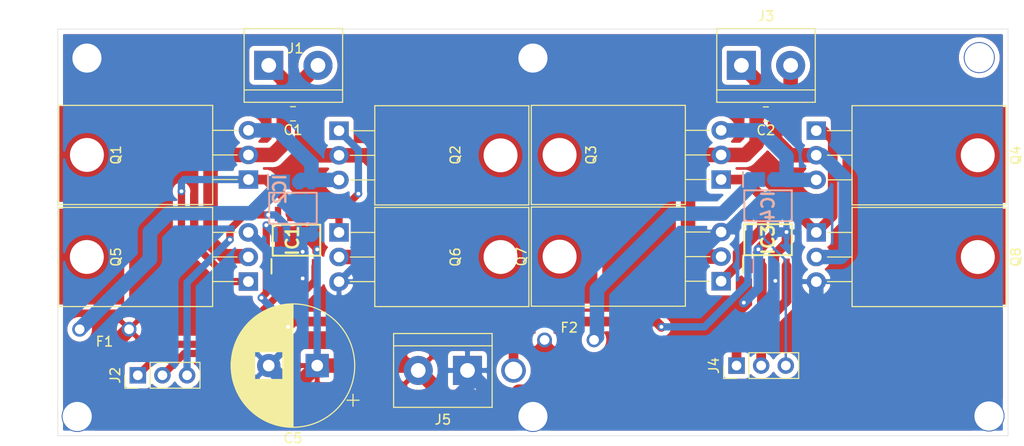
<source format=kicad_pcb>
(kicad_pcb (version 20171130) (host pcbnew 5.1.5+dfsg1-2build2)
  (layers (0 F.Cu signal) (31 B.Cu signal) (34 B.Paste user) (35 F.Paste user) (36 B.SilkS user) (37 F.SilkS user) (38 B.Mask user) (39 F.Mask user) (44 Edge.Cuts user))
  (net 0 "")
  (net 1 GND)
  (net 2 VCC)
  (net 3 "Net-(F1-Pad2)")
  (net 4 "Net-(F2-Pad2)")
  (net 5 "Net-(IC1-Pad8)")
  (net 6 PWM1)
  (net 7 PWM2)
  (net 8 IN2)
  (net 9 IN1)
  (net 10 "Net-(IC1-Pad1)")
  (net 11 +3V3)
  (net 12 I_MES1)
  (net 13 "Net-(IC4-Pad3)")
  (net 14 PWM3)
  (net 15 PWM4)
  (net 16 IN4)
  (net 17 IN3)
  (net 18 I_MES2)
  (net 19 "Net-(C1-Pad2)")
  (net 20 "Net-(C1-Pad1)")
  (net 21 "Net-(C2-Pad2)")
  (net 22 "Net-(C2-Pad1)")
  (net 23 "Net-(IC2-Pad3)")
  (net 24 "Net-(IC3-Pad8)")
  (net 25 "Net-(IC3-Pad1)")
  (module TerminalBlock:TerminalBlock_bornier-2_P5.08mm (layer F.Cu) (at 98.75 46.75)
    (fp_text reference J1 (at 2.75 -1.75) (layer F.SilkS))
    (fp_text value Screw_Terminal_01x02)
    (pad 2 thru_hole circle (at 5.08 0) (size 3 3) (drill 1.52) (layers *.Cu *.Mask) (net 20 "Net-(C1-Pad1)"))
    (pad 1 thru_hole rect (at 0 0) (size 3 3) (drill 1.52) (layers *.Cu *.Mask) (net 19 "Net-(C1-Pad2)"))
  )
  (module extra:polyfuse (layer F.Cu) (at 127.2 75.1)
    (fp_text reference F2 (at 2.54 -1.27) (layer F.SilkS))
    (fp_text value Polyfuse)
    (pad 2 thru_hole circle (at 5.1 0) (size 1.524 1.524) (drill 1) (layers *.Cu *.Mask) (net 4 "Net-(F2-Pad2)"))
    (pad 1 thru_hole circle (at 0 0) (size 1.524 1.524) (drill 1) (layers *.Cu *.Mask) (net 2 VCC))
  )
  (module Package_TO_SOT_THT:TO-220-3_Horizontal_TabDown (layer F.Cu) (at 155.225 64 270)
    (fp_text reference Q8 (at 2.54 -20.58 90) (layer F.SilkS))
    (fp_text value IRF3205)
    (pad 3 thru_hole oval (at 5.08 0 270) (size 1.905 2) (drill 1.1) (layers *.Cu *.Mask) (net 1 GND))
    (pad 2 thru_hole oval (at 2.54 0 270) (size 1.905 2) (drill 1.1) (layers *.Cu *.Mask) (net 22 "Net-(C2-Pad1)"))
    (pad 1 thru_hole rect (at 0 0 270) (size 1.905 2) (drill 1.1) (layers *.Cu *.Mask) (net 15 PWM4))
    (pad "" np_thru_hole oval (at 2.54 -16.66 270) (size 3.5 3.5) (drill 3.5) (layers *.Cu *.Mask))
  )
  (module Package_TO_SOT_THT:TO-220-3_Horizontal_TabDown (layer F.Cu) (at 145.41 69.04 90)
    (fp_text reference Q7 (at 2.54 -20.58 90) (layer F.SilkS))
    (fp_text value IRF3205)
    (pad 3 thru_hole oval (at 5.08 0 90) (size 1.905 2) (drill 1.1) (layers *.Cu *.Mask) (net 1 GND))
    (pad 2 thru_hole oval (at 2.54 0 90) (size 1.905 2) (drill 1.1) (layers *.Cu *.Mask) (net 21 "Net-(C2-Pad2)"))
    (pad 1 thru_hole rect (at 0 0 90) (size 1.905 2) (drill 1.1) (layers *.Cu *.Mask) (net 14 PWM3))
    (pad "" np_thru_hole oval (at 2.54 -16.66 90) (size 3.5 3.5) (drill 3.5) (layers *.Cu *.Mask))
  )
  (module Package_TO_SOT_THT:TO-220-3_Horizontal_TabDown (layer F.Cu) (at 155.2194 53.4924 270)
    (fp_text reference Q4 (at 2.54 -20.58 90) (layer F.SilkS))
    (fp_text value IRF4905)
    (pad 3 thru_hole oval (at 5.08 0 270) (size 1.905 2) (drill 1.1) (layers *.Cu *.Mask) (net 13 "Net-(IC4-Pad3)"))
    (pad 2 thru_hole oval (at 2.54 0 270) (size 1.905 2) (drill 1.1) (layers *.Cu *.Mask) (net 22 "Net-(C2-Pad1)"))
    (pad 1 thru_hole rect (at 0 0 270) (size 1.905 2) (drill 1.1) (layers *.Cu *.Mask) (net 15 PWM4))
    (pad "" np_thru_hole oval (at 2.54 -16.66 270) (size 3.5 3.5) (drill 3.5) (layers *.Cu *.Mask))
  )
  (module Package_TO_SOT_THT:TO-220-3_Horizontal_TabDown (layer F.Cu) (at 145.41 58.54 90)
    (fp_text reference Q3 (at 2.54 -13.41 90) (layer F.SilkS))
    (fp_text value IRF4905)
    (pad 3 thru_hole oval (at 5.08 0 90) (size 1.905 2) (drill 1.1) (layers *.Cu *.Mask) (net 13 "Net-(IC4-Pad3)"))
    (pad 2 thru_hole oval (at 2.54 0 90) (size 1.905 2) (drill 1.1) (layers *.Cu *.Mask) (net 21 "Net-(C2-Pad2)"))
    (pad 1 thru_hole rect (at 0 0 90) (size 1.905 2) (drill 1.1) (layers *.Cu *.Mask) (net 14 PWM3))
    (pad "" np_thru_hole oval (at 2.54 -16.66 90) (size 3.5 3.5) (drill 3.5) (layers *.Cu *.Mask))
  )
  (module Connector_PinHeader_2.54mm:PinHeader_1x03_P2.54mm_Vertical (layer F.Cu) (at 147 77.75 90)
    (fp_text reference J4 (at 0 -2.33 90) (layer F.SilkS))
    (fp_text value Conn_01x03_Male)
    (pad 3 thru_hole oval (at 0 5.08 90) (size 1.7 1.7) (drill 1) (layers *.Cu *.Mask) (net 18 I_MES2))
    (pad 2 thru_hole oval (at 0 2.54 90) (size 1.7 1.7) (drill 1) (layers *.Cu *.Mask) (net 16 IN4))
    (pad 1 thru_hole rect (at 0 0 90) (size 1.7 1.7) (drill 1) (layers *.Cu *.Mask) (net 17 IN3))
  )
  (module TerminalBlock:TerminalBlock_bornier-2_P5.08mm (layer F.Cu) (at 147.5 46.75)
    (fp_text reference J3 (at 2.54 -5.08) (layer F.SilkS))
    (fp_text value Screw_Terminal_01x02)
    (pad 2 thru_hole circle (at 5.08 0) (size 3 3) (drill 1.52) (layers *.Cu *.Mask) (net 22 "Net-(C2-Pad1)"))
    (pad 1 thru_hole rect (at 0 0) (size 3 3) (drill 1.52) (layers *.Cu *.Mask) (net 21 "Net-(C2-Pad2)"))
  )
  (module TMCS1100A2QDR:SOIC127P600X175-8N (layer B.Cu) (at 150.25 61.25 270)
    (fp_text reference IC4 (at 0 0 270) (layer B.SilkS) (effects (font (size 1.27 1.27) (thickness 0.254)) (justify mirror)))
    (fp_text value TMCS1100A2QDR hide)
    (pad 8 smd rect (at 2.711 1.905 180) (size 0.65 1.528) (layers B.Cu B.Paste B.Mask) (net 11 +3V3))
    (pad 7 smd rect (at 2.711 0.635 180) (size 0.65 1.528) (layers B.Cu B.Paste B.Mask) (net 18 I_MES2))
    (pad 6 smd rect (at 2.711 -0.635 180) (size 0.65 1.528) (layers B.Cu B.Paste B.Mask) (net 1 GND))
    (pad 5 smd rect (at 2.711 -1.905 180) (size 0.65 1.528) (layers B.Cu B.Paste B.Mask) (net 1 GND))
    (pad 4 smd rect (at -2.711 -1.905 180) (size 0.65 1.528) (layers B.Cu B.Paste B.Mask) (net 13 "Net-(IC4-Pad3)"))
    (pad 3 smd rect (at -2.711 -0.635 180) (size 0.65 1.528) (layers B.Cu B.Paste B.Mask) (net 13 "Net-(IC4-Pad3)"))
    (pad 2 smd rect (at -2.711 0.635 180) (size 0.65 1.528) (layers B.Cu B.Paste B.Mask) (net 4 "Net-(F2-Pad2)"))
    (pad 1 smd rect (at -2.711 1.905 180) (size 0.65 1.528) (layers B.Cu B.Paste B.Mask) (net 4 "Net-(F2-Pad2)"))
  )
  (module TC4424AVOA:SOIC127P600X175-8N (layer F.Cu) (at 150.25 64.75 90)
    (fp_text reference IC3 (at 0 0 90) (layer F.SilkS) (effects (font (size 1.27 1.27) (thickness 0.254))))
    (fp_text value TC4424AVOA hide)
    (pad 8 smd rect (at 2.7 -1.905 180) (size 0.65 1.5) (layers F.Cu F.Paste F.Mask) (net 24 "Net-(IC3-Pad8)"))
    (pad 7 smd rect (at 2.7 -0.635 180) (size 0.65 1.5) (layers F.Cu F.Paste F.Mask) (net 14 PWM3))
    (pad 6 smd rect (at 2.7 0.635 180) (size 0.65 1.5) (layers F.Cu F.Paste F.Mask) (net 2 VCC))
    (pad 5 smd rect (at 2.7 1.905 180) (size 0.65 1.5) (layers F.Cu F.Paste F.Mask) (net 15 PWM4))
    (pad 4 smd rect (at -2.7 1.905 180) (size 0.65 1.5) (layers F.Cu F.Paste F.Mask) (net 16 IN4))
    (pad 3 smd rect (at -2.7 0.635 180) (size 0.65 1.5) (layers F.Cu F.Paste F.Mask) (net 1 GND))
    (pad 2 smd rect (at -2.7 -0.635 180) (size 0.65 1.5) (layers F.Cu F.Paste F.Mask) (net 17 IN3))
    (pad 1 smd rect (at -2.7 -1.905 180) (size 0.65 1.5) (layers F.Cu F.Paste F.Mask) (net 25 "Net-(IC3-Pad1)"))
  )
  (module Capacitor_SMD:C_0805_2012Metric (layer F.Cu) (at 150.025 51.775 180)
    (fp_text reference C2 (at 0 -1.68) (layer F.SilkS))
    (fp_text value 10uf)
    (pad 2 smd roundrect (at 0.95 0 180) (size 1 1.45) (layers F.Cu F.Paste F.Mask) (net 21 "Net-(C2-Pad2)"))
    (pad 1 smd roundrect (at -0.95 0 180) (size 1 1.45) (layers F.Cu F.Paste F.Mask) (net 22 "Net-(C2-Pad1)"))
  )
  (module TC4424AVOA:SOIC127P600X175-8N (layer F.Cu) (at 101.615 64.8 90)
    (fp_text reference IC1 (at -0.05 -0.42 90) (layer F.SilkS) (effects (font (size 1.27 1.27) (thickness 0.254))))
    (fp_text value TC4424AVOA hide)
    (pad 8 smd rect (at 2.7 -1.905 180) (size 0.65 1.5) (layers F.Cu F.Paste F.Mask) (net 5 "Net-(IC1-Pad8)"))
    (pad 7 smd rect (at 2.7 -0.635 180) (size 0.65 1.5) (layers F.Cu F.Paste F.Mask) (net 6 PWM1))
    (pad 6 smd rect (at 2.7 0.635 180) (size 0.65 1.5) (layers F.Cu F.Paste F.Mask) (net 2 VCC))
    (pad 5 smd rect (at 2.7 1.905 180) (size 0.65 1.5) (layers F.Cu F.Paste F.Mask) (net 7 PWM2))
    (pad 4 smd rect (at -2.7 1.905 180) (size 0.65 1.5) (layers F.Cu F.Paste F.Mask) (net 8 IN2))
    (pad 3 smd rect (at -2.7 0.635 180) (size 0.65 1.5) (layers F.Cu F.Paste F.Mask) (net 1 GND))
    (pad 2 smd rect (at -2.7 -0.635 180) (size 0.65 1.5) (layers F.Cu F.Paste F.Mask) (net 9 IN1))
    (pad 1 smd rect (at -2.7 -1.905 180) (size 0.65 1.5) (layers F.Cu F.Paste F.Mask) (net 10 "Net-(IC1-Pad1)"))
  )
  (module Connector_PinHeader_2.54mm:PinHeader_1x03_P2.54mm_Vertical (layer F.Cu) (at 85.25 78.75 90)
    (fp_text reference J2 (at 0 -2.33 90) (layer F.SilkS))
    (fp_text value Conn_01x03_Male)
    (pad 3 thru_hole oval (at 0 5.08 90) (size 1.7 1.7) (drill 1) (layers *.Cu *.Mask) (net 12 I_MES1))
    (pad 2 thru_hole oval (at 0 2.54 90) (size 1.7 1.7) (drill 1) (layers *.Cu *.Mask) (net 8 IN2))
    (pad 1 thru_hole rect (at 0 0 90) (size 1.7 1.7) (drill 1) (layers *.Cu *.Mask) (net 9 IN1))
  )
  (module Package_TO_SOT_THT:TO-220-3_Horizontal_TabDown (layer F.Cu) (at 106 64 270)
    (fp_text reference Q6 (at 2.54 -12 90) (layer F.SilkS))
    (fp_text value IRF3205)
    (pad 3 thru_hole oval (at 5.08 0 270) (size 1.905 2) (drill 1.1) (layers *.Cu *.Mask) (net 1 GND))
    (pad 2 thru_hole oval (at 2.54 0 270) (size 1.905 2) (drill 1.1) (layers *.Cu *.Mask) (net 20 "Net-(C1-Pad1)"))
    (pad 1 thru_hole rect (at 0 0 270) (size 1.905 2) (drill 1.1) (layers *.Cu *.Mask) (net 7 PWM2))
    (pad "" np_thru_hole oval (at 2.54 -16.66 270) (size 3.5 3.5) (drill 3.5) (layers *.Cu *.Mask))
  )
  (module Package_TO_SOT_THT:TO-220-3_Horizontal_TabDown (layer F.Cu) (at 96.65 69.075 90)
    (fp_text reference Q5 (at 2.54 -13.65 90) (layer F.SilkS))
    (fp_text value IRF3205)
    (pad 3 thru_hole oval (at 5.08 0 90) (size 1.905 2) (drill 1.1) (layers *.Cu *.Mask) (net 1 GND))
    (pad 2 thru_hole oval (at 2.54 0 90) (size 1.905 2) (drill 1.1) (layers *.Cu *.Mask) (net 19 "Net-(C1-Pad2)"))
    (pad 1 thru_hole rect (at 0 0 90) (size 1.905 2) (drill 1.1) (layers *.Cu *.Mask) (net 6 PWM1))
    (pad "" np_thru_hole oval (at 2.54 -16.66 90) (size 3.5 3.5) (drill 3.5) (layers *.Cu *.Mask))
  )
  (module Package_TO_SOT_THT:TO-220-3_Horizontal_TabDown (layer F.Cu) (at 106 53.5 270)
    (fp_text reference Q2 (at 2.5 -12 90) (layer F.SilkS))
    (fp_text value IRF4905)
    (pad 3 thru_hole oval (at 5.08 0 270) (size 1.905 2) (drill 1.1) (layers *.Cu *.Mask) (net 23 "Net-(IC2-Pad3)"))
    (pad 2 thru_hole oval (at 2.54 0 270) (size 1.905 2) (drill 1.1) (layers *.Cu *.Mask) (net 20 "Net-(C1-Pad1)"))
    (pad 1 thru_hole rect (at 0 0 270) (size 1.905 2) (drill 1.1) (layers *.Cu *.Mask) (net 7 PWM2))
    (pad "" np_thru_hole oval (at 2.54 -16.66 270) (size 3.5 3.5) (drill 3.5) (layers *.Cu *.Mask))
  )
  (module Package_TO_SOT_THT:TO-220-3_Horizontal_TabDown (layer F.Cu) (at 96.66 58.54 90)
    (fp_text reference Q1 (at 2.54 -13.66 90) (layer F.SilkS))
    (fp_text value IRF4905)
    (pad 3 thru_hole oval (at 5.08 0 90) (size 1.905 2) (drill 1.1) (layers *.Cu *.Mask) (net 23 "Net-(IC2-Pad3)"))
    (pad 2 thru_hole oval (at 2.54 0 90) (size 1.905 2) (drill 1.1) (layers *.Cu *.Mask) (net 19 "Net-(C1-Pad2)"))
    (pad 1 thru_hole rect (at 0 0 90) (size 1.905 2) (drill 1.1) (layers *.Cu *.Mask) (net 6 PWM1))
    (pad "" np_thru_hole oval (at 2.54 -16.66 90) (size 3.5 3.5) (drill 3.5) (layers *.Cu *.Mask))
  )
  (module TerminalBlock:TerminalBlock_bornier-2_P5.08mm (layer F.Cu) (at 119.25 78.25 180)
    (fp_text reference J5 (at 2.54 -5.08) (layer F.SilkS))
    (fp_text value Screw_Terminal_01x02)
    (pad 2 thru_hole circle (at 5.08 0 180) (size 3 3) (drill 1.52) (layers *.Cu *.Mask) (net 2 VCC))
    (pad 1 thru_hole rect (at 0 0 180) (size 3 3) (drill 1.52) (layers *.Cu *.Mask) (net 1 GND))
  )
  (module TMCS1100A2QDR:SOIC127P600X175-8N (layer B.Cu) (at 101.25 61.5 270)
    (fp_text reference IC2 (at -1.961 1.365 90) (layer B.SilkS) (effects (font (size 1.27 1.27) (thickness 0.254)) (justify mirror)))
    (fp_text value TMCS1100A2QDR hide)
    (pad 8 smd rect (at 2.711 1.905 180) (size 0.65 1.528) (layers B.Cu B.Paste B.Mask) (net 11 +3V3))
    (pad 7 smd rect (at 2.711 0.635 180) (size 0.65 1.528) (layers B.Cu B.Paste B.Mask) (net 12 I_MES1))
    (pad 6 smd rect (at 2.711 -0.635 180) (size 0.65 1.528) (layers B.Cu B.Paste B.Mask) (net 1 GND))
    (pad 5 smd rect (at 2.711 -1.905 180) (size 0.65 1.528) (layers B.Cu B.Paste B.Mask) (net 1 GND))
    (pad 4 smd rect (at -2.711 -1.905 180) (size 0.65 1.528) (layers B.Cu B.Paste B.Mask) (net 23 "Net-(IC2-Pad3)"))
    (pad 3 smd rect (at -2.711 -0.635 180) (size 0.65 1.528) (layers B.Cu B.Paste B.Mask) (net 23 "Net-(IC2-Pad3)"))
    (pad 2 smd rect (at -2.711 0.635 180) (size 0.65 1.528) (layers B.Cu B.Paste B.Mask) (net 3 "Net-(F1-Pad2)"))
    (pad 1 smd rect (at -2.711 1.905 180) (size 0.65 1.528) (layers B.Cu B.Paste B.Mask) (net 3 "Net-(F1-Pad2)"))
  )
  (module extra:polyfuse (layer F.Cu) (at 84.35 74 180)
    (fp_text reference F1 (at 2.54 -1.27) (layer F.SilkS))
    (fp_text value Polyfuse)
    (pad 2 thru_hole circle (at 5.1 0 180) (size 1.524 1.524) (drill 1) (layers *.Cu *.Mask) (net 3 "Net-(F1-Pad2)"))
    (pad 1 thru_hole circle (at 0 0 180) (size 1.524 1.524) (drill 1) (layers *.Cu *.Mask) (net 2 VCC))
  )
  (module Capacitor_THT:CP_Radial_D12.5mm_P5.00mm (layer F.Cu) (at 103.75 77.75 180)
    (fp_text reference C5 (at 2.5 -7.5) (layer F.SilkS))
    (fp_text value 470uF)
    (pad 2 thru_hole circle (at 5 0 180) (size 2.4 2.4) (drill 1.2) (layers *.Cu *.Mask) (net 1 GND))
    (pad 1 thru_hole rect (at 0 0 180) (size 2.4 2.4) (drill 1.2) (layers *.Cu *.Mask) (net 2 VCC))
  )
  (module Capacitor_SMD:C_0805_2012Metric (layer F.Cu) (at 101.25 51.75 180)
    (fp_text reference C1 (at 0 -1.68) (layer F.SilkS))
    (fp_text value 10uf)
    (pad 2 smd roundrect (at 0.95 0 180) (size 1 1.45) (layers F.Cu F.Paste F.Mask) (net 19 "Net-(C1-Pad2)"))
    (pad 1 smd roundrect (at -0.95 0 180) (size 1 1.45) (layers F.Cu F.Paste F.Mask) (net 20 "Net-(C1-Pad1)"))
  )
  (gr_line (start 77 43) (end 77 85) (layer Edge.Cuts) (width 0.05))
  (gr_poly (pts (xy 174.8 71.4) (xy 168.2 71.4) (xy 168.2 61.6) (xy 174.8 61.6)) (layer F.Cu) (width 0.1))
  (gr_poly (pts (xy 174.8 60.9) (xy 168.2 60.9) (xy 168.2 51.1) (xy 174.8 51.1)) (layer F.Cu) (width 0.1))
  (gr_poly (pts (xy 125.4 61) (xy 118.8 61) (xy 118.8 51.2) (xy 125.4 51.2)) (layer F.Cu) (width 0.1))
  (gr_poly (pts (xy 132.6 71.3) (xy 126 71.3) (xy 126 61.5) (xy 132.6 61.5)) (layer F.Cu) (width 0.1))
  (gr_poly (pts (xy 125.4 71.4) (xy 118.8 71.4) (xy 118.8 61.6) (xy 125.4 61.6)) (layer F.Cu) (width 0.1))
  (gr_poly (pts (xy 132.6 60.9) (xy 126 60.9) (xy 126 51.1) (xy 132.6 51.1)) (layer F.Cu) (width 0.1))
  (gr_poly (pts (xy 83.8 71.4) (xy 77.2 71.4) (xy 77.2 61.6) (xy 83.8 61.6)) (layer F.Cu) (width 0.1))
  (gr_poly (pts (xy 83.8 60.8) (xy 77.2 60.8) (xy 77.2 51) (xy 83.8 51)) (layer F.Cu) (width 0.1))
  (gr_line (start 175 85) (end 175 84.75) (layer Edge.Cuts) (width 0.05))
  (gr_line (start 77 85) (end 175 85) (layer Edge.Cuts) (width 0.05))
  (gr_line (start 175 43) (end 175 84.75) (layer Edge.Cuts) (width 0.05))
  (gr_line (start 77 43) (end 175 43) (layer Edge.Cuts) (width 0.05))
  (via (at 172.035 45.95) (size 3.2) (drill 3) (layers F.Cu B.Cu) (net 0))
  (via (at 80 46) (size 3.2) (drill 3) (layers F.Cu B.Cu) (net 1))
  (via (at 126 46) (size 3.2) (drill 3) (layers F.Cu B.Cu) (net 1))
  (via (at 126 83) (size 3.2) (drill 3) (layers F.Cu B.Cu) (net 1))
  (via (at 79 83) (size 3.2) (drill 3) (layers F.Cu B.Cu) (net 1))
  (via (at 173.035 82.95) (size 3.2) (drill 3) (layers F.Cu B.Cu) (net 1))
  (segment (start 103.155 64.211) (end 102.289 64.211) (width 1.5) (layer B.Cu) (net 1))
  (segment (start 105.75 69.33) (end 106 69.08) (width 1.5) (layer B.Cu) (net 1))
  (via (at 102.25 66) (size 0.8) (drill 0.4) (layers F.Cu B.Cu) (net 1))
  (segment (start 102.25 67.5) (end 102.25 66) (width 1) (layer F.Cu) (net 1))
  (segment (start 102.25 64.25) (end 102.289 64.211) (width 1) (layer B.Cu) (net 1))
  (segment (start 102.25 66) (end 102.25 64.25) (width 1) (layer B.Cu) (net 1))
  (segment (start 98.74 66) (end 96.66 63.92) (width 1) (layer B.Cu) (net 1))
  (segment (start 102.25 66) (end 98.74 66) (width 1) (layer B.Cu) (net 1))
  (segment (start 119.25 78.25) (end 119.25 80) (width 1.5) (layer B.Cu) (net 1))
  (segment (start 119.25 80) (end 117.75 81.5) (width 1.5) (layer B.Cu) (net 1))
  (segment (start 102.5 81.5) (end 98.75 77.75) (width 1.5) (layer B.Cu) (net 1))
  (segment (start 117.75 81.5) (end 102.5 81.5) (width 1.5) (layer B.Cu) (net 1))
  (segment (start 151.289 63.961) (end 151.25 64) (width 1) (layer B.Cu) (net 1))
  (segment (start 152.155 63.961) (end 151.289 63.961) (width 1) (layer B.Cu) (net 1))
  (segment (start 150.885 63.961) (end 150.885 62.385) (width 1) (layer B.Cu) (net 1))
  (segment (start 145.840623 63.96) (end 145.41 63.96) (width 1) (layer B.Cu) (net 1))
  (segment (start 147.800623 62) (end 145.840623 63.96) (width 1) (layer B.Cu) (net 1))
  (segment (start 150.5 62) (end 147.800623 62) (width 1) (layer B.Cu) (net 1))
  (segment (start 150.885 62.385) (end 150.5 62) (width 1) (layer B.Cu) (net 1))
  (via (at 152.155 63.961) (size 0.8) (drill 0.4) (layers F.Cu B.Cu) (net 1))
  (segment (start 150.885 67.45) (end 150.885 66.365) (width 1) (layer F.Cu) (net 1))
  (segment (start 152.155 65.095) (end 152.155 63.961) (width 1) (layer F.Cu) (net 1))
  (segment (start 150.885 66.365) (end 152.155 65.095) (width 1) (layer F.Cu) (net 1))
  (via (at 151 69) (size 0.8) (drill 0.4) (layers F.Cu B.Cu) (net 1))
  (segment (start 150.885 68.885) (end 151 69) (width 0.75) (layer F.Cu) (net 1))
  (segment (start 150.885 67.45) (end 150.885 68.885) (width 0.75) (layer F.Cu) (net 1))
  (segment (start 145.211945 63.96) (end 145.41 63.96) (width 1.5) (layer B.Cu) (net 1))
  (segment (start 135.25 73.921945) (end 145.211945 63.96) (width 1.5) (layer B.Cu) (net 1))
  (segment (start 135.25 75.75) (end 135.25 73.921945) (width 1.5) (layer B.Cu) (net 1))
  (segment (start 132.75 78.25) (end 135.25 75.75) (width 1.5) (layer B.Cu) (net 1))
  (segment (start 132.75 78.25) (end 139 78.25) (width 1.5) (layer B.Cu) (net 1))
  (segment (start 139 78.25) (end 142.5 81.75) (width 1.5) (layer B.Cu) (net 1))
  (segment (start 150.744002 81.75) (end 150.994002 81.5) (width 1.5) (layer B.Cu) (net 1))
  (segment (start 142.5 81.75) (end 150.744002 81.75) (width 1.5) (layer B.Cu) (net 1))
  (segment (start 150.994002 81.5) (end 153.75 81.5) (width 1.5) (layer B.Cu) (net 1))
  (segment (start 155.225 80.025) (end 155.225 69.08) (width 1.5) (layer B.Cu) (net 1))
  (segment (start 153.75 81.5) (end 155.225 80.025) (width 1.5) (layer B.Cu) (net 1))
  (via (at 102.25 68.75) (size 0.8) (drill 0.4) (layers F.Cu B.Cu) (net 1))
  (segment (start 102.25 67.5) (end 102.25 68.75) (width 0.75) (layer F.Cu) (net 1))
  (segment (start 102.25 74.25) (end 98.75 77.75) (width 0.75) (layer B.Cu) (net 1))
  (segment (start 102.25 68.75) (end 102.25 74.25) (width 0.75) (layer B.Cu) (net 1))
  (segment (start 107.575001 62.587499) (end 106.737502 61.75) (width 0.75) (layer B.Cu) (net 1))
  (segment (start 107.575001 67.504999) (end 107.575001 62.587499) (width 0.75) (layer B.Cu) (net 1))
  (segment (start 106 69.08) (end 107.575001 67.504999) (width 0.75) (layer B.Cu) (net 1))
  (segment (start 102.739002 64.211) (end 102.289 64.211) (width 0.75) (layer B.Cu) (net 1))
  (segment (start 105.200002 61.75) (end 102.739002 64.211) (width 0.75) (layer B.Cu) (net 1))
  (segment (start 106.737502 61.75) (end 105.200002 61.75) (width 0.75) (layer B.Cu) (net 1))
  (segment (start 130.75 78.25) (end 126 83) (width 1.5) (layer B.Cu) (net 1))
  (segment (start 132.75 78.25) (end 130.75 78.25) (width 1.5) (layer B.Cu) (net 1))
  (segment (start 124 83) (end 119.25 78.25) (width 1.5) (layer B.Cu) (net 1))
  (segment (start 126 83) (end 124 83) (width 1.5) (layer B.Cu) (net 1))
  (segment (start 104.25 78.25) (end 103.75 77.75) (width 1.5) (layer B.Cu) (net 2))
  (via (at 149.25 65.75) (size 0.8) (drill 0.4) (layers F.Cu B.Cu) (net 2))
  (segment (start 149.25 68.412502) (end 149.25 65.75) (width 1) (layer B.Cu) (net 2))
  (segment (start 150.885 62.05) (end 150.885 64.115) (width 1) (layer F.Cu) (net 2))
  (segment (start 150.885 64.115) (end 149.25 65.75) (width 1) (layer F.Cu) (net 2))
  (via (at 147.75 71.25) (size 0.8) (drill 0.4) (layers F.Cu B.Cu) (net 2))
  (segment (start 142.75 76.25) (end 147.75 71.25) (width 1) (layer F.Cu) (net 2))
  (segment (start 149.25 69.75) (end 149.25 68.412502) (width 1) (layer B.Cu) (net 2))
  (segment (start 147.75 71.25) (end 149.25 69.75) (width 1) (layer B.Cu) (net 2))
  (via (at 103.75 65.75) (size 0.8) (drill 0.4) (layers F.Cu B.Cu) (net 2))
  (segment (start 102.25 64.25) (end 103.75 65.75) (width 0.75) (layer F.Cu) (net 2))
  (segment (start 102.25 62.1) (end 102.25 64.25) (width 0.75) (layer F.Cu) (net 2))
  (segment (start 103.75 65.75) (end 103.75 77.75) (width 0.75) (layer B.Cu) (net 2))
  (segment (start 103.75 77.75) (end 99.5 82) (width 1.5) (layer F.Cu) (net 2))
  (segment (start 99.5 82) (end 83.5 82) (width 1.5) (layer F.Cu) (net 2))
  (segment (start 83.449999 81.949999) (end 83.449999 81.699999) (width 1.5) (layer F.Cu) (net 2))
  (segment (start 83.5 82) (end 83.449999 81.949999) (width 1.5) (layer F.Cu) (net 2))
  (segment (start 83.449999 81.699999) (end 81.5 79.75) (width 1.5) (layer F.Cu) (net 2))
  (segment (start 81.5 76.85) (end 84.35 74) (width 1.5) (layer F.Cu) (net 2))
  (segment (start 81.5 79.75) (end 81.5 76.85) (width 1.5) (layer F.Cu) (net 2))
  (segment (start 113.67 77.75) (end 114.17 78.25) (width 1.5) (layer F.Cu) (net 2))
  (segment (start 103.75 77.75) (end 113.67 77.75) (width 1.5) (layer F.Cu) (net 2))
  (segment (start 138.550001 80.449999) (end 147.75 71.25) (width 1.5) (layer F.Cu) (net 2))
  (segment (start 124 81) (end 124.550001 80.449999) (width 1.5) (layer F.Cu) (net 2))
  (segment (start 116.92 81) (end 124 81) (width 1.5) (layer F.Cu) (net 2))
  (segment (start 114.17 78.25) (end 116.92 81) (width 1.5) (layer F.Cu) (net 2))
  (segment (start 127.949999 80.449999) (end 138.550001 80.449999) (width 1.5) (layer F.Cu) (net 2))
  (segment (start 126.049999 80.449999) (end 127.2 79.299998) (width 1.5) (layer F.Cu) (net 2))
  (segment (start 127.2 79.299998) (end 127.2 75.1) (width 1.5) (layer F.Cu) (net 2))
  (segment (start 124.550001 80.449999) (end 126.049999 80.449999) (width 1.5) (layer F.Cu) (net 2))
  (segment (start 126.049999 80.449999) (end 127.949999 80.449999) (width 1.5) (layer F.Cu) (net 2))
  (segment (start 96.961502 62.01749) (end 88.438512 62.01749) (width 1.5) (layer B.Cu) (net 3))
  (segment (start 88.438512 62.01749) (end 87.853001 62.603001) (width 1.5) (layer B.Cu) (net 3))
  (segment (start 87.853001 62.603001) (end 86.5 63.956002) (width 1.5) (layer B.Cu) (net 3))
  (segment (start 86.5 63.956002) (end 86.5 66.75) (width 1.5) (layer B.Cu) (net 3))
  (segment (start 86.5 66.75) (end 79.25 74) (width 1.5) (layer B.Cu) (net 3))
  (segment (start 99.345 58.789) (end 100.189992 58.789) (width 1.5) (layer B.Cu) (net 3))
  (segment (start 100.189992 58.789) (end 96.961502 62.01749) (width 1.5) (layer B.Cu) (net 3))
  (segment (start 148.345 58.539) (end 149.189991 58.539) (width 1.5) (layer B.Cu) (net 4))
  (segment (start 132.6 74.8) (end 132.3 75.1) (width 1.5) (layer B.Cu) (net 4))
  (segment (start 132.6 69.9) (end 132.6 74.8) (width 1.5) (layer B.Cu) (net 4))
  (segment (start 140.44251 62.05749) (end 132.6 69.9) (width 1.5) (layer B.Cu) (net 4))
  (segment (start 145.555012 62.05749) (end 140.44251 62.05749) (width 1.5) (layer B.Cu) (net 4))
  (segment (start 148.345 59.267502) (end 145.555012 62.05749) (width 1.5) (layer B.Cu) (net 4))
  (segment (start 148.345 58.539) (end 148.345 59.267502) (width 1.5) (layer B.Cu) (net 4))
  (segment (start 98.485002 58.54) (end 96.66 58.54) (width 1) (layer F.Cu) (net 6))
  (segment (start 100.98 61.034998) (end 98.485002 58.54) (width 1) (layer F.Cu) (net 6))
  (segment (start 100.98 62.1) (end 100.98 61.034998) (width 1) (layer F.Cu) (net 6))
  (segment (start 96.66 58.54) (end 90.04 58.54) (width 0.75) (layer B.Cu) (net 6))
  (segment (start 90.04 58.54) (end 89.75 58.83) (width 0.75) (layer B.Cu) (net 6))
  (via (at 89.75 59.75) (size 0.8) (drill 0.4) (layers F.Cu B.Cu) (net 6))
  (segment (start 89.75 58.83) (end 89.75 59.75) (width 0.75) (layer B.Cu) (net 6))
  (segment (start 94.901154 69.075) (end 96.65 69.075) (width 0.75) (layer F.Cu) (net 6))
  (segment (start 89.75 63.923846) (end 94.901154 69.075) (width 0.75) (layer F.Cu) (net 6))
  (segment (start 89.75 59.75) (end 89.75 63.923846) (width 0.75) (layer F.Cu) (net 6))
  (via (at 108 60) (size 0.8) (drill 0.4) (layers F.Cu B.Cu) (net 7))
  (segment (start 106 62) (end 108 60) (width 0.75) (layer F.Cu) (net 7))
  (segment (start 106 64) (end 106 62) (width 0.75) (layer F.Cu) (net 7))
  (segment (start 108 55.5) (end 106 53.5) (width 0.75) (layer B.Cu) (net 7))
  (segment (start 108 60) (end 108 55.5) (width 0.75) (layer B.Cu) (net 7))
  (segment (start 105.9 62.1) (end 106 62) (width 1) (layer F.Cu) (net 7))
  (segment (start 103.52 62.1) (end 105.9 62.1) (width 1) (layer F.Cu) (net 7))
  (segment (start 103.52 69) (end 96.02 76.5) (width 0.75) (layer F.Cu) (net 8))
  (segment (start 103.52 67.5) (end 103.52 69) (width 0.75) (layer F.Cu) (net 8))
  (segment (start 90.04 76.5) (end 87.79 78.75) (width 0.75) (layer F.Cu) (net 8))
  (segment (start 96.02 76.5) (end 90.04 76.5) (width 0.75) (layer F.Cu) (net 8))
  (segment (start 94.643012 75.54999) (end 88.45001 75.54999) (width 0.75) (layer F.Cu) (net 9))
  (segment (start 88.45001 75.54999) (end 85.25 78.75) (width 0.75) (layer F.Cu) (net 9))
  (segment (start 100.98 69.213002) (end 94.643012 75.54999) (width 0.75) (layer F.Cu) (net 9))
  (segment (start 100.98 67.5) (end 100.98 69.213002) (width 0.75) (layer F.Cu) (net 9))
  (via (at 124 78.25) (size 2.54) (drill 1.8) (layers F.Cu B.Cu) (net 11))
  (segment (start 148.17499 69.262512) (end 143.687502 73.75) (width 0.75) (layer B.Cu) (net 11))
  (segment (start 148.17499 64.13101) (end 148.17499 69.262512) (width 0.75) (layer B.Cu) (net 11))
  (segment (start 148.345 63.961) (end 148.17499 64.13101) (width 0.75) (layer B.Cu) (net 11))
  (via (at 139.25 73.75) (size 0.8) (drill 0.4) (layers F.Cu B.Cu) (net 11))
  (segment (start 143.687502 73.75) (end 139.25 73.75) (width 0.75) (layer B.Cu) (net 11))
  (via (at 100.75 73.75) (size 0.8) (drill 0.4) (layers F.Cu B.Cu) (net 11))
  (segment (start 98 70.75) (end 98.25 70.5) (width 0.75) (layer F.Cu) (net 11))
  (via (at 98.5 63.25) (size 0.8) (drill 0.4) (layers F.Cu B.Cu) (net 11))
  (segment (start 99.345 64.095) (end 98.5 63.25) (width 0.75) (layer B.Cu) (net 11))
  (segment (start 99.345 64.211) (end 99.345 64.095) (width 0.75) (layer B.Cu) (net 11))
  (segment (start 98.5 70.25) (end 98 70.75) (width 0.75) (layer F.Cu) (net 11))
  (segment (start 98.5 63.25) (end 98.5 70.25) (width 0.75) (layer F.Cu) (net 11))
  (via (at 98 70.75) (size 0.8) (drill 0.4) (layers F.Cu B.Cu) (net 11))
  (segment (start 100.75 73.5) (end 98 70.75) (width 0.75) (layer B.Cu) (net 11))
  (segment (start 100.75 73.75) (end 100.75 73.5) (width 0.75) (layer B.Cu) (net 11))
  (segment (start 124 74) (end 124 78.25) (width 1) (layer F.Cu) (net 11))
  (segment (start 124.8 73.2) (end 124 74) (width 1) (layer F.Cu) (net 11))
  (segment (start 138.7 73.2) (end 124.8 73.2) (width 1) (layer F.Cu) (net 11))
  (segment (start 139.25 73.75) (end 138.7 73.2) (width 1) (layer F.Cu) (net 11))
  (segment (start 101.3 73.2) (end 100.75 73.75) (width 1) (layer F.Cu) (net 11))
  (segment (start 124.8 73.2) (end 101.3 73.2) (width 1) (layer F.Cu) (net 11))
  (via (at 94.75 64.75) (size 0.8) (drill 0.4) (layers F.Cu B.Cu) (net 12))
  (segment (start 90.33 69.17) (end 94.75 64.75) (width 0.75) (layer B.Cu) (net 12))
  (segment (start 90.33 78.75) (end 90.33 69.17) (width 0.75) (layer B.Cu) (net 12))
  (via (at 98.694091 62.194091) (size 0.8) (drill 0.4) (layers F.Cu B.Cu) (net 12))
  (segment (start 96.243184 62.194091) (end 98.694091 62.194091) (width 0.75) (layer F.Cu) (net 12))
  (segment (start 94.75 63.687275) (end 96.243184 62.194091) (width 0.75) (layer F.Cu) (net 12))
  (segment (start 94.75 64.75) (end 94.75 63.687275) (width 0.75) (layer F.Cu) (net 12))
  (segment (start 100.615 63.356998) (end 100.615 64.211) (width 0.75) (layer B.Cu) (net 12))
  (segment (start 99.452093 62.194091) (end 100.615 63.356998) (width 0.75) (layer B.Cu) (net 12))
  (segment (start 98.694091 62.194091) (end 99.452093 62.194091) (width 0.75) (layer B.Cu) (net 12))
  (segment (start 152.1884 58.5724) (end 152.155 58.539) (width 1.5) (layer B.Cu) (net 13))
  (segment (start 155.2194 58.5724) (end 152.1884 58.5724) (width 1.5) (layer B.Cu) (net 13))
  (segment (start 152.155 58.539) (end 150.890001 58.539) (width 1.5) (layer B.Cu) (net 13))
  (segment (start 152.155 58.539) (end 152.155 56.155) (width 1.5) (layer B.Cu) (net 13))
  (segment (start 149.46 53.46) (end 145.41 53.46) (width 1.5) (layer B.Cu) (net 13))
  (segment (start 152.155 56.155) (end 149.46 53.46) (width 1.5) (layer B.Cu) (net 13))
  (segment (start 147.855 58.54) (end 145.41 58.54) (width 1) (layer F.Cu) (net 14))
  (segment (start 149.615 60.3) (end 147.855 58.54) (width 1) (layer F.Cu) (net 14))
  (segment (start 149.615 62.05) (end 149.615 60.3) (width 1) (layer F.Cu) (net 14))
  (segment (start 149.615 62.05) (end 149.615 63.635) (width 1) (layer F.Cu) (net 14))
  (segment (start 147.11001 67.33999) (end 145.41 69.04) (width 1) (layer F.Cu) (net 14))
  (segment (start 147.11001 66.13999) (end 147.11001 67.33999) (width 1) (layer F.Cu) (net 14))
  (segment (start 149.615 63.635) (end 147.11001 66.13999) (width 1) (layer F.Cu) (net 14))
  (segment (start 155.225 64) (end 155.225 63.975) (width 1) (layer F.Cu) (net 15))
  (segment (start 153.3 62.05) (end 152.155 62.05) (width 1) (layer F.Cu) (net 15))
  (segment (start 155.225 63.975) (end 153.3 62.05) (width 1) (layer F.Cu) (net 15))
  (segment (start 155.2194 53.4924) (end 155.9924 53.4924) (width 1) (layer F.Cu) (net 15))
  (segment (start 156.91941 62.30559) (end 155.225 64) (width 1) (layer F.Cu) (net 15))
  (segment (start 156.91941 54.41941) (end 156.91941 62.30559) (width 1) (layer F.Cu) (net 15))
  (segment (start 155.9924 53.4924) (end 156.91941 54.41941) (width 1) (layer F.Cu) (net 15))
  (segment (start 152.155 67.45) (end 152.155 71.095) (width 1) (layer F.Cu) (net 16))
  (segment (start 149.54 73.71) (end 149.54 77.75) (width 1) (layer F.Cu) (net 16))
  (segment (start 152.155 71.095) (end 149.54 73.71) (width 1) (layer F.Cu) (net 16))
  (segment (start 147 74.55293) (end 147 77.75) (width 1) (layer F.Cu) (net 17))
  (segment (start 149.615 71.93793) (end 147 74.55293) (width 1) (layer F.Cu) (net 17))
  (segment (start 149.615 67.45) (end 149.615 71.93793) (width 1) (layer F.Cu) (net 17))
  (segment (start 152.08 66.865) (end 152.08 77.75) (width 0.25) (layer B.Cu) (net 18))
  (segment (start 149.615 64.4) (end 152.08 66.865) (width 0.25) (layer B.Cu) (net 18))
  (segment (start 149.615 63.961) (end 149.615 64.4) (width 0.25) (layer B.Cu) (net 18))
  (segment (start 94.16 56) (end 92.75 57.41) (width 1.5) (layer F.Cu) (net 19))
  (segment (start 96.66 56) (end 94.16 56) (width 1.5) (layer F.Cu) (net 19))
  (segment (start 94.16 66.46) (end 96.66 66.46) (width 1.5) (layer F.Cu) (net 19))
  (segment (start 92.75 65.05) (end 94.16 66.46) (width 1.5) (layer F.Cu) (net 19))
  (segment (start 92.75 57.41) (end 92.75 65.05) (width 1.5) (layer F.Cu) (net 19))
  (segment (start 96.66 56) (end 99.16 56) (width 1.5) (layer F.Cu) (net 19))
  (segment (start 99.16 56) (end 100.3 54.86) (width 1.5) (layer F.Cu) (net 19))
  (segment (start 100.3 48.3) (end 98.75 46.75) (width 1.5) (layer F.Cu) (net 19))
  (segment (start 100.3 54.86) (end 100.3 51.75) (width 1.5) (layer F.Cu) (net 19))
  (segment (start 100.3 51.75) (end 100.3 48.3) (width 1.5) (layer F.Cu) (net 19))
  (segment (start 106 56.04) (end 108.79 56.04) (width 1.5) (layer F.Cu) (net 20))
  (segment (start 108.79 56.04) (end 110.5 57.75) (width 1.5) (layer F.Cu) (net 20))
  (segment (start 108.5 66.54) (end 106 66.54) (width 1.5) (layer F.Cu) (net 20))
  (segment (start 110.5 64.54) (end 108.5 66.54) (width 1.5) (layer F.Cu) (net 20))
  (segment (start 110.5 57.75) (end 110.5 64.54) (width 1.5) (layer F.Cu) (net 20))
  (segment (start 106 56.04) (end 103.5 56.04) (width 1.5) (layer F.Cu) (net 20))
  (segment (start 103.5 56.04) (end 102.2 54.74) (width 1.5) (layer F.Cu) (net 20))
  (segment (start 102.2 54.74) (end 102.2 51.75) (width 1.5) (layer F.Cu) (net 20))
  (segment (start 102.2 48.38) (end 103.83 46.75) (width 1.5) (layer F.Cu) (net 20))
  (segment (start 102.2 51.75) (end 102.2 48.38) (width 1.5) (layer F.Cu) (net 20))
  (segment (start 149.075 48.325) (end 147.5 46.75) (width 1.5) (layer F.Cu) (net 21))
  (segment (start 149.075 51.775) (end 149.075 48.325) (width 1.5) (layer F.Cu) (net 21))
  (segment (start 147.91 56) (end 145.41 56) (width 1.5) (layer F.Cu) (net 21))
  (segment (start 149.075 54.835) (end 147.91 56) (width 1.5) (layer F.Cu) (net 21))
  (segment (start 149.075 51.775) (end 149.075 54.835) (width 1.5) (layer F.Cu) (net 21))
  (segment (start 145.41 56) (end 142.5 56) (width 1.5) (layer F.Cu) (net 21))
  (segment (start 142.5 56) (end 142 56.5) (width 1.5) (layer F.Cu) (net 21))
  (segment (start 142.91 66.5) (end 145.41 66.5) (width 1.5) (layer F.Cu) (net 21))
  (segment (start 142 65.59) (end 142.91 66.5) (width 1.5) (layer F.Cu) (net 21))
  (segment (start 142 56.5) (end 142 65.59) (width 1.5) (layer F.Cu) (net 21))
  (segment (start 152.58 50.17) (end 150.975 51.775) (width 1.5) (layer F.Cu) (net 22))
  (segment (start 152.58 46.75) (end 152.58 50.17) (width 1.5) (layer F.Cu) (net 22))
  (segment (start 155.2194 56.0324) (end 152.5324 56.0324) (width 1.5) (layer F.Cu) (net 22))
  (segment (start 150.975 54.475) (end 150.975 51.775) (width 1.5) (layer F.Cu) (net 22))
  (segment (start 152.5324 56.0324) (end 150.975 54.475) (width 1.5) (layer F.Cu) (net 22))
  (segment (start 155.2194 56.0324) (end 155.7824 56.0324) (width 1.5) (layer B.Cu) (net 22))
  (segment (start 155.7824 56.0324) (end 158.25 58.5) (width 1.5) (layer B.Cu) (net 22))
  (segment (start 157.725 66.54) (end 155.225 66.54) (width 1.5) (layer B.Cu) (net 22))
  (segment (start 158.25 66.015) (end 157.725 66.54) (width 1.5) (layer B.Cu) (net 22))
  (segment (start 158.25 58.5) (end 158.25 66.015) (width 1.5) (layer B.Cu) (net 22))
  (segment (start 96.66 53.46) (end 99.71 53.46) (width 1.5) (layer B.Cu) (net 23))
  (segment (start 103.364 58.58) (end 103.155 58.789) (width 0.75) (layer B.Cu) (net 23))
  (segment (start 102.099001 58.58) (end 101.890001 58.789) (width 1.5) (layer B.Cu) (net 23))
  (segment (start 103.155 58.789) (end 101.885 58.789) (width 0.75) (layer B.Cu) (net 23))
  (segment (start 103.155 58.789) (end 103.155 56.905) (width 1.5) (layer B.Cu) (net 23))
  (segment (start 103.155 56.905) (end 99.71 53.46) (width 1.5) (layer B.Cu) (net 23))
  (segment (start 106 58.58) (end 102.099001 58.58) (width 1.5) (layer B.Cu) (net 23))
  (segment (start 106 58.58) (end 103.364 58.58) (width 0.75) (layer B.Cu) (net 23))
  (zone (net 1) (net_name GND) (layer B.Cu) (connect_pads (clearance 0.508)) (min_thickness 0.254) (fill yes (arc_segments 32) (thermal_gap 0.508) (thermal_bridge_width 0.508))
    (polygon (pts (xy 175 85) (xy 77 85) (xy 77 43) (xy 175 43)))
  )
  (zone (net 2) (net_name VCC) (layer F.Cu) (connect_pads (clearance 0.508)) (min_thickness 0.254) (fill yes (arc_segments 32) (thermal_gap 0.508) (thermal_bridge_width 0.508))
    (polygon (pts (xy 175 85) (xy 77 85) (xy 77 43) (xy 175 43)))
  )
)
</source>
